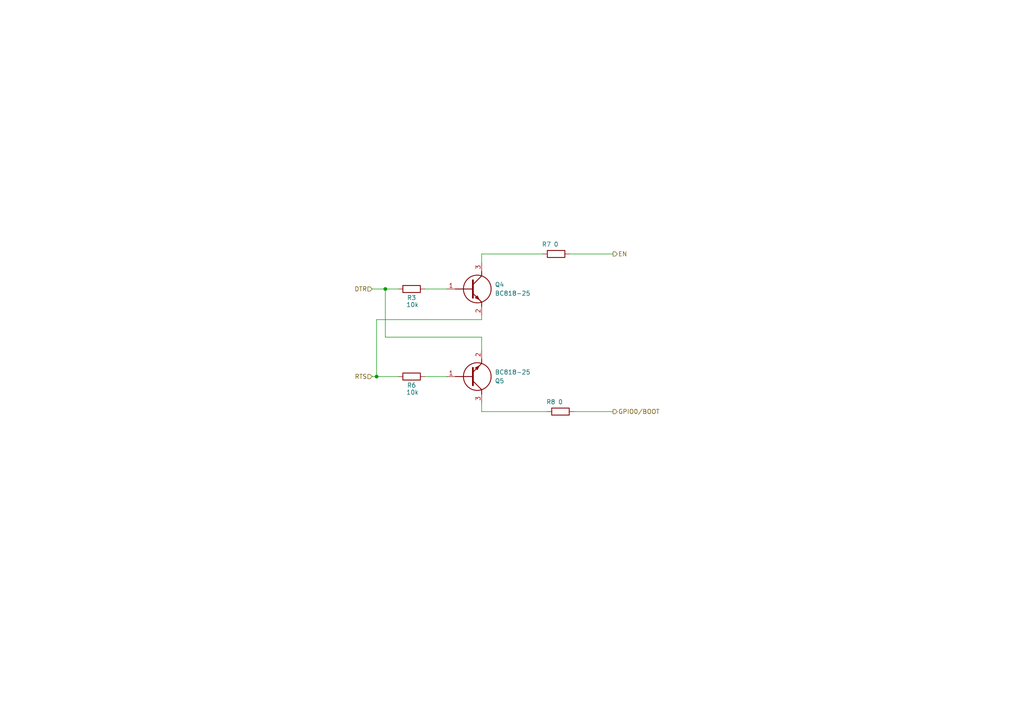
<source format=kicad_sch>
(kicad_sch (version 20250114) (generator "eeschema") (generator_version "9.0")
  (paper "A4")
  (lib_symbols
    (symbol "Device:R" (pin_numbers (hide yes)) (pin_names (offset 0))
      (property "Reference" "R" (at 2.032 0 90))
      (property "Value" "R" (at 0 0 90))
      (symbol "R_0_1"
        (rectangle (start -1.016 -2.54) (end 1.016 2.54) (stroke (width 0.254)))
      )
      (symbol "R_1_1"
        (pin passive line (at 0 3.81 270) (length 1.27) (name "~") (number "1"))
        (pin passive line (at 0 -3.81 90) (length 1.27) (name "~") (number "2"))
      )
    )
    (symbol "SamacSys_Parts:BC818-25" (pin_names (hide yes))
      (property "Reference" "Q" (at 13.97 1.27 0))
      (property "Value" "BC818-25" (at 13.97 -1.27 0))
      (symbol "BC818-25_1_1"
        (polyline (pts (xy 2.54 0) (xy 7.62 0)) (stroke (width 0.254)))
        (polyline (pts (xy 7.62 2.54) (xy 7.62 -2.54)) (stroke (width 0.508)))
        (polyline (pts (xy 7.62 1.27) (xy 10.16 3.81)) (stroke (width 0.254)))
        (polyline (pts (xy 7.62 -1.27) (xy 10.16 -3.81)) (stroke (width 0.254)))
        (polyline (pts (xy 8.382 -2.54) (xy 8.89 -2.032) (xy 9.398 -3.048) (xy 8.382 -2.54)) (stroke (width 0.254)) (fill (type outline)))
        (circle (center 8.89 0) (radius 4.016) (stroke (width 0.254)))
        (polyline (pts (xy 10.16 3.81) (xy 10.16 5.08)) (stroke (width 0.254)))
        (polyline (pts (xy 10.16 -3.81) (xy 10.16 -5.08)) (stroke (width 0.254)))
        (pin passive line (at 0 0 0) (length 2.54) (name "B") (number "1"))
        (pin passive line (at 10.16 7.62 270) (length 2.54) (name "C") (number "3"))
        (pin passive line (at 10.16 -7.62 90) (length 2.54) (name "E") (number "2"))
      )
    )
  )
  (junction (at 109.22 109.22))
  (junction (at 111.76 83.82))
  (wire (pts (xy 139.7 97.79) (xy 111.76 97.79)))
  (wire (pts (xy 139.7 76.2) (xy 139.7 73.66)))
  (wire (pts (xy 139.7 97.79) (xy 139.7 101.6)))
  (wire (pts (xy 107.95 109.22) (xy 109.22 109.22)))
  (wire (pts (xy 139.7 116.84) (xy 139.7 119.38)))
  (wire (pts (xy 165.1 73.66) (xy 177.8 73.66)))
  (wire (pts (xy 139.7 91.44) (xy 139.7 92.71)))
  (wire (pts (xy 139.7 119.38) (xy 158.75 119.38)))
  (wire (pts (xy 107.95 83.82) (xy 111.76 83.82)))
  (wire (pts (xy 109.22 109.22) (xy 115.57 109.22)))
  (wire (pts (xy 139.7 92.71) (xy 109.22 92.71)))
  (wire (pts (xy 109.22 92.71) (xy 109.22 109.22)))
  (wire (pts (xy 123.19 83.82) (xy 129.54 83.82)))
  (wire (pts (xy 139.7 73.66) (xy 157.48 73.66)))
  (wire (pts (xy 166.37 119.38) (xy 177.8 119.38)))
  (wire (pts (xy 111.76 83.82) (xy 111.76 97.79)))
  (wire (pts (xy 111.76 83.82) (xy 115.57 83.82)))
  (wire (pts (xy 123.19 109.22) (xy 129.54 109.22)))
  (hierarchical_label "RTS" (shape input) (at 107.95 109.22 180))
  (hierarchical_label "DTR" (shape input) (at 107.95 83.82 180))
  (hierarchical_label "GPIO0{slash}BOOT" (shape output) (at 177.8 119.38 0))
  (hierarchical_label "EN" (shape output) (at 177.8 73.66 0))
  (symbol (lib_id "Device:R") (at 119.38 83.82 270) (unit 1)
    (property "Reference" "R3" (at 119.38 86.36 90))
    (property "Value" "10k" (at 119.634 88.392 90))
    (property "Description" "Resistor" (effects (hide yes)))
  )
  (symbol (lib_id "Device:R") (at 119.38 109.22 270) (unit 1)
    (property "Reference" "R6" (at 119.38 111.76 90))
    (property "Value" "10k" (at 119.634 113.792 90))
    (property "Description" "Resistor" (effects (hide yes)))
  )
  (symbol (lib_id "Device:R") (at 162.56 119.38 270) (unit 1)
    (property "Reference" "R8" (at 159.766 116.586 90))
    (property "Value" "0" (at 162.56 116.586 90))
    (property "Description" "Resistor" (effects (hide yes)))
  )
  (symbol (lib_id "SamacSys_Parts:BC818-25") (at 129.54 83.82 0) (unit 1)
    (property "Reference" "Q4" (at 143.51 82.5499 0) (effects (justify left)))
    (property "Value" "BC818-25" (at 143.51 85.0899 0) (effects (justify left)))
    (property "Footprint" "SOT95P230X110-3N" (effects (hide yes)))
    (property "Datasheet" "https://diotec.com/request/datasheet/bc817.pdf" (effects (hide yes)))
    (property "Description" "Bipolar Transistors - BJT BJT, SOT-23, 25V, 800mA, NPN" (effects (hide yes)))
    (property "Height" "1.1" (effects (hide yes)))
    (property "Manufacturer_Name" "Diotec" (effects (hide yes)))
    (property "Manufacturer_Part_Number" "BC818-25" (effects (hide yes)))
    (property "Mouser Part Number" "637-BC818-25" (effects (hide yes)))
    (property "Mouser Price/Stock" "https://www.mouser.co.uk/ProductDetail/Diotec-Semiconductor/BC818-25?qs=OlC7AqGiEDmybOdYHnEdKg%3D%3D" (effects (hide yes)))
    (property "Arrow Part Number" "BC818-25" (effects (hide yes)))
    (property "Arrow Price/Stock" "https://www.arrow.com/en/products/bc818-25/diotec-semiconductor-ag?region=nac" (effects (hide yes)))
  )
  (symbol (lib_id "SamacSys_Parts:BC818-25") (at 129.54 109.22 0) (mirror x) (unit 1)
    (property "Reference" "Q5" (at 143.51 110.4901 0) (effects (justify left)))
    (property "Value" "BC818-25" (at 143.51 107.9501 0) (effects (justify left)))
    (property "Footprint" "SOT95P230X110-3N" (effects (hide yes)))
    (property "Datasheet" "https://diotec.com/request/datasheet/bc817.pdf" (effects (hide yes)))
    (property "Description" "Bipolar Transistors - BJT BJT, SOT-23, 25V, 800mA, NPN" (effects (hide yes)))
    (property "Height" "1.1" (effects (hide yes)))
    (property "Manufacturer_Name" "Diotec" (effects (hide yes)))
    (property "Manufacturer_Part_Number" "BC818-25" (effects (hide yes)))
    (property "Mouser Part Number" "637-BC818-25" (effects (hide yes)))
    (property "Mouser Price/Stock" "https://www.mouser.co.uk/ProductDetail/Diotec-Semiconductor/BC818-25?qs=OlC7AqGiEDmybOdYHnEdKg%3D%3D" (effects (hide yes)))
    (property "Arrow Part Number" "BC818-25" (effects (hide yes)))
    (property "Arrow Price/Stock" "https://www.arrow.com/en/products/bc818-25/diotec-semiconductor-ag?region=nac" (effects (hide yes)))
  )
  (symbol (lib_id "Device:R") (at 161.29 73.66 270) (unit 1)
    (property "Reference" "R7" (at 158.496 70.866 90))
    (property "Value" "0" (at 161.29 70.866 90))
    (property "Description" "Resistor" (effects (hide yes)))
  )
)
</source>
